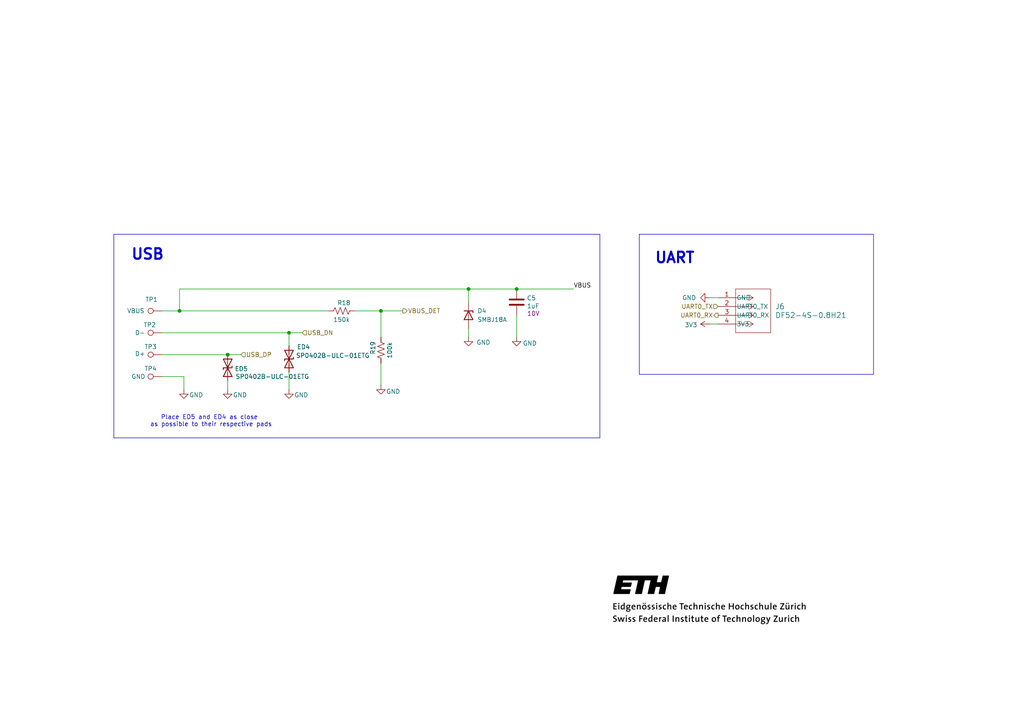
<source format=kicad_sch>
(kicad_sch (version 20250114) (generator "eeschema") (generator_version "9.0")
  (paper "A4")
  (lib_symbols
    (symbol "Connector:TestPoint" (pin_numbers (hide yes)) (pin_names (offset 0.762) (hide yes))
      (property "Reference" "TP" (at 0 6.858 0))
      (property "Value" "TestPoint" (at 0 5.08 0))
      (symbol "TestPoint_0_1"
        (circle (center 0 3.302) (radius 0.762))
      )
      (symbol "TestPoint_1_1"
        (pin passive line (at 0 0 90) (length 2.54) (name "1") (number "1"))
      )
    )
    (symbol "Device:C" (pin_numbers (hide yes)) (pin_names (offset 0.254))
      (property "Reference" "C" (at 0.635 2.54 0))
      (property "Value" "C" (at 0.635 -2.54 0))
      (symbol "C_0_1"
        (polyline (pts (xy -2.032 0.762) (xy 2.032 0.762)) (stroke (width 0.508)))
        (polyline (pts (xy -2.032 -0.762) (xy 2.032 -0.762)) (stroke (width 0.508)))
      )
      (symbol "C_1_1"
        (pin passive line (at 0 3.81 270) (length 2.794) (name "~") (number "1"))
        (pin passive line (at 0 -3.81 90) (length 2.794) (name "~") (number "2"))
      )
    )
    (symbol "Device:D_TVS" (pin_numbers (hide yes)) (pin_names (offset 1.016) (hide yes))
      (property "Reference" "D" (at 0 2.54 0))
      (property "Value" "D_TVS" (at 0 -2.54 0))
      (symbol "D_TVS_0_1"
        (polyline (pts (xy -2.54 1.27) (xy -2.54 -1.27) (xy 2.54 1.27) (xy 2.54 -1.27) (xy -2.54 1.27)) (stroke (width 0.254)))
        (polyline (pts (xy 0.508 1.27) (xy 0 1.27) (xy 0 -1.27) (xy -0.508 -1.27)) (stroke (width 0.254)))
        (polyline (pts (xy 1.27 0) (xy -1.27 0)))
      )
      (symbol "D_TVS_1_1"
        (pin passive line (at -3.81 0 0) (length 2.54) (name "A1") (number "1"))
        (pin passive line (at 3.81 0 180) (length 2.54) (name "A2") (number "2"))
      )
    )
    (symbol "Device:D_Zener" (pin_numbers (hide yes)) (pin_names (offset 1.016) (hide yes))
      (property "Reference" "D" (at 0 2.54 0))
      (property "Value" "D_Zener" (at 0 -2.54 0))
      (symbol "D_Zener_0_1"
        (polyline (pts (xy -1.27 -1.27) (xy -1.27 1.27) (xy -0.762 1.27)) (stroke (width 0.254)))
        (polyline (pts (xy 1.27 0) (xy -1.27 0)))
        (polyline (pts (xy 1.27 -1.27) (xy 1.27 1.27) (xy -1.27 0) (xy 1.27 -1.27)) (stroke (width 0.254)))
      )
      (symbol "D_Zener_1_1"
        (pin passive line (at -3.81 0 0) (length 2.54) (name "K") (number "1"))
        (pin passive line (at 3.81 0 180) (length 2.54) (name "A") (number "2"))
      )
    )
    (symbol "Device:R_US" (pin_numbers (hide yes)) (pin_names (offset 0))
      (property "Reference" "R" (at 2.54 0 90))
      (property "Value" "R_US" (at -2.54 0 90))
      (symbol "R_US_0_1"
        (polyline (pts (xy 0 2.286) (xy 0 2.54)))
        (polyline (pts (xy 0 2.286) (xy 1.016 1.905) (xy 0 1.524) (xy -1.016 1.143) (xy 0 0.762)))
        (polyline (pts (xy 0 0.762) (xy 1.016 0.381) (xy 0 0) (xy -1.016 -0.381) (xy 0 -0.762)))
        (polyline (pts (xy 0 -0.762) (xy 1.016 -1.143) (xy 0 -1.524) (xy -1.016 -1.905) (xy 0 -2.286)))
        (polyline (pts (xy 0 -2.286) (xy 0 -2.54)))
      )
      (symbol "R_US_1_1"
        (pin passive line (at 0 3.81 270) (length 1.27) (name "~") (number "1"))
        (pin passive line (at 0 -3.81 90) (length 1.27) (name "~") (number "2"))
      )
    )
    (symbol "Milk V Library:DF52-4S-0.8H21" (pin_names (offset 0.254))
      (property "Reference" "J" (at 16.764 -1.27 0))
      (property "Value" "DF52-4S-0.8H21" (at 26.162 -4.318 0))
      (symbol "DF52-4S-0.8H21_1_1"
        (polyline (pts (xy 5.08 2.54) (xy 5.08 -10.16)) (stroke (width 0.127)))
        (polyline (pts (xy 5.08 -10.16) (xy 15.24 -10.16)) (stroke (width 0.127)))
        (polyline (pts (xy 10.16 0) (xy 5.08 0)) (stroke (width 0.127)))
        (polyline (pts (xy 10.16 0) (xy 8.89 0.8467)) (stroke (width 0.127)))
        (polyline (pts (xy 10.16 0) (xy 8.89 -0.8467)) (stroke (width 0.127)))
        (polyline (pts (xy 10.16 -2.54) (xy 5.08 -2.54)) (stroke (width 0.127)))
        (polyline (pts (xy 10.16 -2.54) (xy 8.89 -1.6933)) (stroke (width 0.127)))
        (polyline (pts (xy 10.16 -2.54) (xy 8.89 -3.3867)) (stroke (width 0.127)))
        (polyline (pts (xy 10.16 -5.08) (xy 5.08 -5.08)) (stroke (width 0.127)))
        (polyline (pts (xy 10.16 -5.08) (xy 8.89 -4.2333)) (stroke (width 0.127)))
        (polyline (pts (xy 10.16 -5.08) (xy 8.89 -5.9267)) (stroke (width 0.127)))
        (polyline (pts (xy 10.16 -7.62) (xy 5.08 -7.62)) (stroke (width 0.127)))
        (polyline (pts (xy 10.16 -7.62) (xy 8.89 -6.7733)) (stroke (width 0.127)))
        (polyline (pts (xy 10.16 -7.62) (xy 8.89 -8.4667)) (stroke (width 0.127)))
        (polyline (pts (xy 15.24 2.54) (xy 5.08 2.54)) (stroke (width 0.127)))
        (polyline (pts (xy 15.24 -10.16) (xy 15.24 2.54)) (stroke (width 0.127)))
        (pin passive line (at 0 0 0) (length 5.08) (name "GND") (number "1"))
        (pin passive line (at 0 -2.54 0) (length 5.08) (name "UART0_TX") (number "2"))
        (pin passive line (at 0 -5.08 0) (length 5.08) (name "UART0_RX") (number "3"))
        (pin power_in line (at 0 -7.62 0) (length 5.08) (name "3V3") (number "4"))
      )
      (symbol "DF52-4S-0.8H21_1_2"
        (polyline (pts (xy 5.08 2.54) (xy 5.08 -10.16)) (stroke (width 0.127)))
        (polyline (pts (xy 5.08 -10.16) (xy 12.7 -10.16)) (stroke (width 0.127)))
        (polyline (pts (xy 7.62 0) (xy 5.08 0)) (stroke (width 0.127)))
        (polyline (pts (xy 7.62 0) (xy 8.89 0.8467)) (stroke (width 0.127)))
        (polyline (pts (xy 7.62 0) (xy 8.89 -0.8467)) (stroke (width 0.127)))
        (polyline (pts (xy 7.62 -2.54) (xy 5.08 -2.54)) (stroke (width 0.127)))
        (polyline (pts (xy 7.62 -2.54) (xy 8.89 -1.6933)) (stroke (width 0.127)))
        (polyline (pts (xy 7.62 -2.54) (xy 8.89 -3.3867)) (stroke (width 0.127)))
        (polyline (pts (xy 7.62 -5.08) (xy 5.08 -5.08)) (stroke (width 0.127)))
        (polyline (pts (xy 7.62 -5.08) (xy 8.89 -4.2333)) (stroke (width 0.127)))
        (polyline (pts (xy 7.62 -5.08) (xy 8.89 -5.9267)) (stroke (width 0.127)))
        (polyline (pts (xy 7.62 -7.62) (xy 5.08 -7.62)) (stroke (width 0.127)))
        (polyline (pts (xy 7.62 -7.62) (xy 8.89 -6.7733)) (stroke (width 0.127)))
        (polyline (pts (xy 7.62 -7.62) (xy 8.89 -8.4667)) (stroke (width 0.127)))
        (polyline (pts (xy 12.7 2.54) (xy 5.08 2.54)) (stroke (width 0.127)))
        (polyline (pts (xy 12.7 -10.16) (xy 12.7 2.54)) (stroke (width 0.127)))
        (pin unspecified line (at 0 0 0) (length 5.08) (name "1") (number "1"))
        (pin unspecified line (at 0 -2.54 0) (length 5.08) (name "2") (number "2"))
        (pin unspecified line (at 0 -5.08 0) (length 5.08) (name "3") (number "3"))
        (pin unspecified line (at 0 -7.62 0) (length 5.08) (name "4") (number "4"))
      )
    )
    (symbol "power:+3V3" (power) (pin_numbers (hide yes)) (pin_names (offset 0) (hide yes))
      (property "Value" "+3V3" (at 0 3.556 0))
      (symbol "+3V3_0_1"
        (polyline (pts (xy -0.762 1.27) (xy 0 2.54)))
        (polyline (pts (xy 0 2.54) (xy 0.762 1.27)))
        (polyline (pts (xy 0 0) (xy 0 2.54)))
      )
      (symbol "+3V3_1_1"
        (pin power_in line (at 0 0 90) (length 0) (name "~") (number "1"))
      )
    )
    (symbol "power:GND" (power) (pin_numbers (hide yes)) (pin_names (offset 0) (hide yes))
      (property "Value" "GND" (at 0 -3.81 0))
      (symbol "GND_0_1"
        (polyline (pts (xy 0 0) (xy 0 -1.27) (xy 1.27 -1.27) (xy 0 -2.54) (xy -1.27 -1.27) (xy 0 -1.27)))
      )
      (symbol "GND_1_1"
        (pin power_in line (at 0 0 270) (length 0) (name "~") (number "1"))
      )
    )
  )
  (rectangle (start 185.42 67.945) (end 253.365 108.585))
  (rectangle (start 33.02 67.945) (end 173.99 127))
  (text "UART\n" (at 189.738 76.708 0) (effects (font (size 3.048 3.048) (thickness 0.6096) (bold yes)) (justify left bottom)))
  (text "USB\n" (at 37.846 75.692 0) (effects (font (size 3.048 3.048) (thickness 0.6096) (bold yes)) (justify left bottom)))
  (text "Place ED5 and ED4 as close \nas possible to their respective pads" (at 61.214 122.174 0) (effects (font (size 1.27 1.27))))
  (junction (at 83.82 96.52))
  (junction (at 66.04 102.87))
  (junction (at 110.49 90.17))
  (junction (at 149.86 83.82))
  (junction (at 135.89 83.82))
  (junction (at 52.07 90.17))
  (wire (pts (xy 66.04 110.49) (xy 66.04 113.03)))
  (wire (pts (xy 53.34 109.22) (xy 46.99 109.22)))
  (wire (pts (xy 110.49 105.41) (xy 110.49 111.76)))
  (wire (pts (xy 135.89 95.25) (xy 135.89 97.79)))
  (wire (pts (xy 46.99 96.52) (xy 83.82 96.52)))
  (wire (pts (xy 102.87 90.17) (xy 110.49 90.17)))
  (wire (pts (xy 135.89 83.82) (xy 149.86 83.82)))
  (wire (pts (xy 46.99 90.17) (xy 52.07 90.17)))
  (wire (pts (xy 205.74 93.98) (xy 208.28 93.98)))
  (wire (pts (xy 149.86 83.82) (xy 166.37 83.82)))
  (wire (pts (xy 205.74 86.36) (xy 208.28 86.36)))
  (wire (pts (xy 66.04 102.87) (xy 69.85 102.87)))
  (wire (pts (xy 83.82 113.03) (xy 83.82 107.95)))
  (wire (pts (xy 53.34 113.03) (xy 53.34 109.22)))
  (wire (pts (xy 110.49 90.17) (xy 110.49 97.79)))
  (wire (pts (xy 110.49 90.17) (xy 116.84 90.17)))
  (wire (pts (xy 52.07 83.82) (xy 135.89 83.82)))
  (wire (pts (xy 83.82 100.33) (xy 83.82 96.52)))
  (wire (pts (xy 135.89 83.82) (xy 135.89 87.63)))
  (wire (pts (xy 52.07 90.17) (xy 52.07 83.82)))
  (wire (pts (xy 83.82 96.52) (xy 87.63 96.52)))
  (wire (pts (xy 149.86 97.79) (xy 149.86 91.44)))
  (wire (pts (xy 52.07 90.17) (xy 95.25 90.17)))
  (wire (pts (xy 46.99 102.87) (xy 66.04 102.87)))
  (image (at 205.74 173.99) (scale 0.824507))
  (label "VBUS" (at 166.37 83.82 0))
  (hierarchical_label "USB_DP" (shape input) (at 69.85 102.87 0))
  (hierarchical_label "VBUS_DET" (shape output) (at 116.84 90.17 0))
  (hierarchical_label "UART0_TX" (shape input) (at 208.28 88.9 180))
  (hierarchical_label "USB_DN" (shape input) (at 87.63 96.52 0))
  (hierarchical_label "UART0_RX" (shape output) (at 208.28 91.44 180))
  (symbol (lib_id "Device:R_US") (at 99.06 90.17 270) (unit 1)
    (property "Reference" "R18" (at 97.79 87.122 90) (effects (justify left top)))
    (property "Value" "150k" (at 99.06 92.71 90))
    (property "Footprint" "Resistor_SMD:R_0201_0603Metric_Pad0.64x0.40mm_HandSolder" (effects (hide yes)))
    (property "Datasheet" "AA0201FR-07150KL" (effects (hide yes)))
    (property "Description" "Resistor, US symbol" (effects (hide yes)))
  )
  (symbol (lib_id "Milk V Library:DF52-4S-0.8H21") (at 208.28 86.36 0) (unit 1)
    (property "Reference" "J6" (at 224.79 88.8999 0) (effects (font (size 1.524 1.524)) (justify left)))
    (property "Value" "DF52-4S-0.8H21" (at 224.79 91.4399 0) (effects (font (size 1.524 1.524)) (justify left)))
    (property "Footprint" "BT-Milk V Duo S:CONN4X1_DF52-4S-0.8H21_HIR" (effects (hide yes)))
    (property "Datasheet" "https://www.mouser.ch/datasheet/3/731/1/DF52_2832PCF_CL0668_0030_5_00_Catalog_en_DF52_CAT.pdf" (effects (hide yes)))
    (property "Description" "4-pin Header 0.8 pitch" (effects (hide yes)))
  )
  (symbol (lib_id "Connector:TestPoint") (at 46.99 109.22 90) (unit 1)
    (property "Reference" "TP4" (at 43.688 106.934 90))
    (property "Value" "GND" (at 40.132 109.22 90))
    (property "Footprint" "TestPoint:TestPoint_Pad_D1.0mm" (effects (hide yes)))
    (property "Description" "test point" (effects (hide yes)))
  )
  (symbol (lib_id "power:+3V3") (at 205.74 93.98 90) (unit 1)
    (property "Reference" "#PWR034" (effects (hide yes)))
    (property "Value" "3V3" (at 200.406 94.234 90))
  )
  (symbol (lib_id "Device:R_US") (at 110.49 101.6 0) (unit 1)
    (property "Reference" "R19" (at 107.442 102.87 90) (effects (justify left top)))
    (property "Value" "100k" (at 113.03 101.6 90))
    (property "Footprint" "Resistor_SMD:R_0201_0603Metric_Pad0.64x0.40mm_HandSolder" (effects (hide yes)))
    (property "Datasheet" "AA0201FR-07100KL" (effects (hide yes)))
    (property "Description" "Resistor, US symbol" (effects (hide yes)))
  )
  (symbol (lib_id "power:GND") (at 66.04 113.03 0) (unit 1)
    (property "Reference" "#PWR074" (effects (hide yes)))
    (property "Value" "GND" (at 69.596 114.554 0))
    (property "Description" "Power symbol creates a global label with name \"GND\" , ground" (effects (hide yes)))
  )
  (symbol (lib_id "Device:C") (at 149.86 87.63 0) (unit 1)
    (property "Reference" "C5" (at 152.781 86.4616 0) (effects (justify left)))
    (property "Value" "1uF" (at 152.781 88.773 0) (effects (justify left)))
    (property "Footprint" "Capacitor_SMD:C_0603_1608Metric" (effects (hide yes)))
    (property "Datasheet" "CL10A105KA8NNNC" (effects (hide yes)))
    (property "Description" "10V" (at 154.686 90.932 0))
  )
  (symbol (lib_id "Device:D_TVS") (at 66.04 106.68 270) (mirror x) (unit 1)
    (property "Reference" "ED5" (at 68.072 107.696 90) (effects (justify left top)))
    (property "Value" "SP0402B-ULC-01ETG" (at 78.994 109.22 90))
    (property "Footprint" "Diode_SMD:D_0402_1005Metric" (effects (hide yes)))
    (property "Datasheet" "SP0402B-ULC-01ETG" (effects (hide yes)))
    (property "Description" "Bidirectional transient-voltage-suppression diode" (effects (hide yes)))
  )
  (symbol (lib_id "Connector:TestPoint") (at 46.99 90.17 90) (unit 1)
    (property "Reference" "TP1" (at 43.942 86.868 90))
    (property "Value" "VBUS" (at 39.37 90.17 90))
    (property "Footprint" "TestPoint:TestPoint_Pad_D1.0mm" (effects (hide yes)))
    (property "Description" "test point" (effects (hide yes)))
  )
  (symbol (lib_id "Device:D_Zener") (at 135.89 91.44 270) (unit 1)
    (property "Reference" "D4" (at 138.43 90.1699 90) (effects (justify left)))
    (property "Value" "SMBJ18A" (at 138.43 92.7099 90) (effects (justify left)))
    (property "Footprint" "Diode_SMD:D_SOD-123F" (effects (hide yes)))
    (property "Datasheet" "SMBJ18A" (effects (hide yes)))
    (property "Description" "Zener diode" (effects (hide yes)))
  )
  (symbol (lib_id "Connector:TestPoint") (at 46.99 96.52 90) (unit 1)
    (property "Reference" "TP2" (at 43.434 94.234 90))
    (property "Value" "D-" (at 40.64 96.52 90))
    (property "Footprint" "TestPoint:TestPoint_Pad_D1.0mm" (effects (hide yes)))
    (property "Description" "test point" (effects (hide yes)))
  )
  (symbol (lib_id "power:GND") (at 205.74 86.36 270) (unit 1)
    (property "Reference" "#PWR031" (effects (hide yes)))
    (property "Value" "GND" (at 201.93 86.3599 90) (effects (justify right)))
    (property "Description" "Power symbol creates a global label with name \"GND\" , ground" (effects (hide yes)))
  )
  (symbol (lib_id "power:GND") (at 53.34 113.03 0) (unit 1)
    (property "Reference" "#PWR021" (effects (hide yes)))
    (property "Value" "GND" (at 56.896 114.554 0))
    (property "Description" "Power symbol creates a global label with name \"GND\" , ground" (effects (hide yes)))
  )
  (symbol (lib_id "power:GND") (at 83.82 113.03 0) (unit 1)
    (property "Reference" "#PWR073" (effects (hide yes)))
    (property "Value" "GND" (at 87.376 114.554 0))
    (property "Description" "Power symbol creates a global label with name \"GND\" , ground" (effects (hide yes)))
  )
  (symbol (lib_id "power:GND") (at 135.89 97.79 0) (unit 1)
    (property "Reference" "#PWR081" (effects (hide yes)))
    (property "Value" "GND" (at 140.208 99.314 0))
    (property "Description" "Power symbol creates a global label with name \"GND\" , ground" (effects (hide yes)))
  )
  (symbol (lib_id "power:GND") (at 149.86 97.79 0) (unit 1)
    (property "Reference" "#PWR039" (effects (hide yes)))
    (property "Value" "GND" (at 153.67 99.568 0))
    (property "Description" "Power symbol creates a global label with name \"GND\" , ground" (effects (hide yes)))
  )
  (symbol (lib_id "Connector:TestPoint") (at 46.99 102.87 90) (unit 1)
    (property "Reference" "TP3" (at 43.688 100.584 90))
    (property "Value" "D+" (at 40.64 102.616 90))
    (property "Footprint" "TestPoint:TestPoint_Pad_D1.0mm" (effects (hide yes)))
    (property "Description" "test point" (effects (hide yes)))
  )
  (symbol (lib_id "power:GND") (at 110.49 111.76 0) (unit 1)
    (property "Reference" "#PWR077" (effects (hide yes)))
    (property "Value" "GND" (at 114.046 113.538 0))
    (property "Description" "Power symbol creates a global label with name \"GND\" , ground" (effects (hide yes)))
  )
  (symbol (lib_id "Device:D_TVS") (at 83.82 104.14 270) (mirror x) (unit 1)
    (property "Reference" "ED4" (at 86.106 101.346 90) (effects (justify left top)))
    (property "Value" "SP0402B-ULC-01ETG" (at 96.52 103.124 90))
    (property "Footprint" "Diode_SMD:D_0402_1005Metric" (effects (hide yes)))
    (property "Datasheet" "SP0402B-ULC-01ETG" (effects (hide yes)))
    (property "Description" "Bidirectional transient-voltage-suppression diode" (effects (hide yes)))
  )
)
</source>
